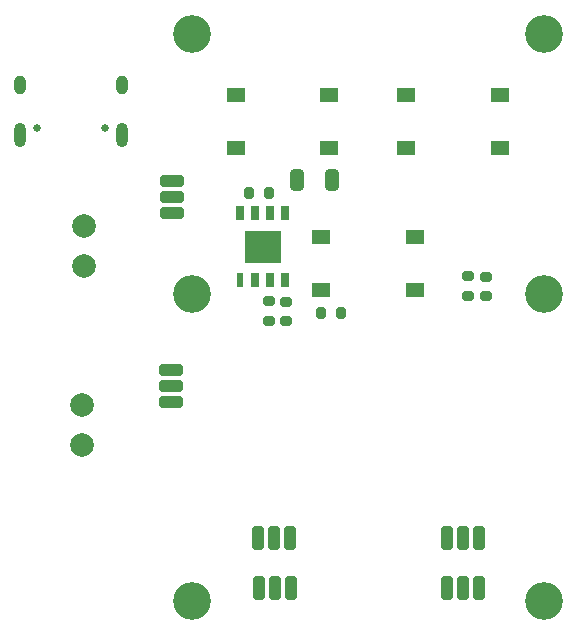
<source format=gbs>
G04 #@! TF.GenerationSoftware,KiCad,Pcbnew,(6.0.0)*
G04 #@! TF.CreationDate,2022-07-15T20:40:48-03:00*
G04 #@! TF.ProjectId,lanterna_bueno,6c616e74-6572-46e6-915f-6275656e6f2e,rev?*
G04 #@! TF.SameCoordinates,Original*
G04 #@! TF.FileFunction,Soldermask,Bot*
G04 #@! TF.FilePolarity,Negative*
%FSLAX46Y46*%
G04 Gerber Fmt 4.6, Leading zero omitted, Abs format (unit mm)*
G04 Created by KiCad (PCBNEW (6.0.0)) date 2022-07-15 20:40:48*
%MOMM*%
%LPD*%
G01*
G04 APERTURE LIST*
G04 Aperture macros list*
%AMRoundRect*
0 Rectangle with rounded corners*
0 $1 Rounding radius*
0 $2 $3 $4 $5 $6 $7 $8 $9 X,Y pos of 4 corners*
0 Add a 4 corners polygon primitive as box body*
4,1,4,$2,$3,$4,$5,$6,$7,$8,$9,$2,$3,0*
0 Add four circle primitives for the rounded corners*
1,1,$1+$1,$2,$3*
1,1,$1+$1,$4,$5*
1,1,$1+$1,$6,$7*
1,1,$1+$1,$8,$9*
0 Add four rect primitives between the rounded corners*
20,1,$1+$1,$2,$3,$4,$5,0*
20,1,$1+$1,$4,$5,$6,$7,0*
20,1,$1+$1,$6,$7,$8,$9,0*
20,1,$1+$1,$8,$9,$2,$3,0*%
G04 Aperture macros list end*
%ADD10C,0.650000*%
%ADD11O,1.000000X1.600000*%
%ADD12O,1.000000X2.100000*%
%ADD13C,3.200000*%
%ADD14RoundRect,0.250000X-0.325000X-0.650000X0.325000X-0.650000X0.325000X0.650000X-0.325000X0.650000X0*%
%ADD15R,1.550000X1.300000*%
%ADD16RoundRect,0.250000X-0.750000X0.250000X-0.750000X-0.250000X0.750000X-0.250000X0.750000X0.250000X0*%
%ADD17RoundRect,0.200000X0.200000X0.275000X-0.200000X0.275000X-0.200000X-0.275000X0.200000X-0.275000X0*%
%ADD18R,0.650000X1.310000*%
%ADD19R,0.600000X1.310000*%
%ADD20R,1.500000X1.325000*%
%ADD21RoundRect,0.250000X0.250000X0.750000X-0.250000X0.750000X-0.250000X-0.750000X0.250000X-0.750000X0*%
%ADD22C,2.000000*%
%ADD23RoundRect,0.200000X0.275000X-0.200000X0.275000X0.200000X-0.275000X0.200000X-0.275000X-0.200000X0*%
%ADD24RoundRect,0.200000X-0.275000X0.200000X-0.275000X-0.200000X0.275000X-0.200000X0.275000X0.200000X0*%
%ADD25RoundRect,0.250000X-0.250000X-0.750000X0.250000X-0.750000X0.250000X0.750000X-0.250000X0.750000X0*%
G04 APERTURE END LIST*
D10*
X122539000Y-81122000D03*
X128319000Y-81122000D03*
D11*
X121109000Y-77472000D03*
D12*
X129749000Y-81652000D03*
X121109000Y-81652000D03*
D11*
X129749000Y-77472000D03*
D13*
X165505842Y-95142200D03*
D14*
X144592600Y-85514000D03*
X147542600Y-85514000D03*
D13*
X135705842Y-121142200D03*
D15*
X147341842Y-82801800D03*
X139391842Y-82801800D03*
X139391842Y-78301800D03*
X147341842Y-78301800D03*
D16*
X133986800Y-85563800D03*
X133986800Y-86910000D03*
X133986800Y-88256200D03*
D17*
X142219000Y-86580800D03*
X140569000Y-86580800D03*
D15*
X154580842Y-90316000D03*
X146630842Y-90316000D03*
X154580842Y-94816000D03*
X146630842Y-94816000D03*
D13*
X165505842Y-121142200D03*
D18*
X143603800Y-93997800D03*
X142333800Y-93997800D03*
X141063800Y-93997800D03*
D19*
X139793800Y-93997800D03*
D18*
X139793800Y-88307800D03*
X141063800Y-88307800D03*
X142333800Y-88307800D03*
X143603800Y-88307800D03*
D20*
X140948800Y-90490300D03*
X142448800Y-90490300D03*
X142448800Y-91815300D03*
X140948800Y-91815300D03*
D17*
X148307052Y-96791600D03*
X146657052Y-96791600D03*
D13*
X135705842Y-95142200D03*
X165505842Y-73142200D03*
X135705842Y-73142200D03*
D21*
X160012200Y-120058000D03*
X158666000Y-120058000D03*
X157319800Y-120058000D03*
D22*
X126519200Y-92761600D03*
X126519200Y-89389600D03*
D23*
X159072400Y-95279800D03*
X159072400Y-93629800D03*
D22*
X126417600Y-104528000D03*
X126417600Y-107900000D03*
D16*
X133955400Y-101563800D03*
X133955400Y-102910000D03*
X133955400Y-104256200D03*
D24*
X143629200Y-95814200D03*
X143629200Y-97464200D03*
X142257600Y-95763400D03*
X142257600Y-97413400D03*
D21*
X143984800Y-115790800D03*
X142638600Y-115790800D03*
X141292400Y-115790800D03*
D25*
X157269000Y-115841600D03*
X158615200Y-115841600D03*
X159961400Y-115841600D03*
D23*
X160596400Y-95330600D03*
X160596400Y-93680600D03*
D15*
X153855147Y-82779000D03*
X161805147Y-82779000D03*
X161805147Y-78279000D03*
X153855147Y-78279000D03*
D21*
X144063000Y-120077400D03*
X142716800Y-120077400D03*
X141370600Y-120077400D03*
M02*

</source>
